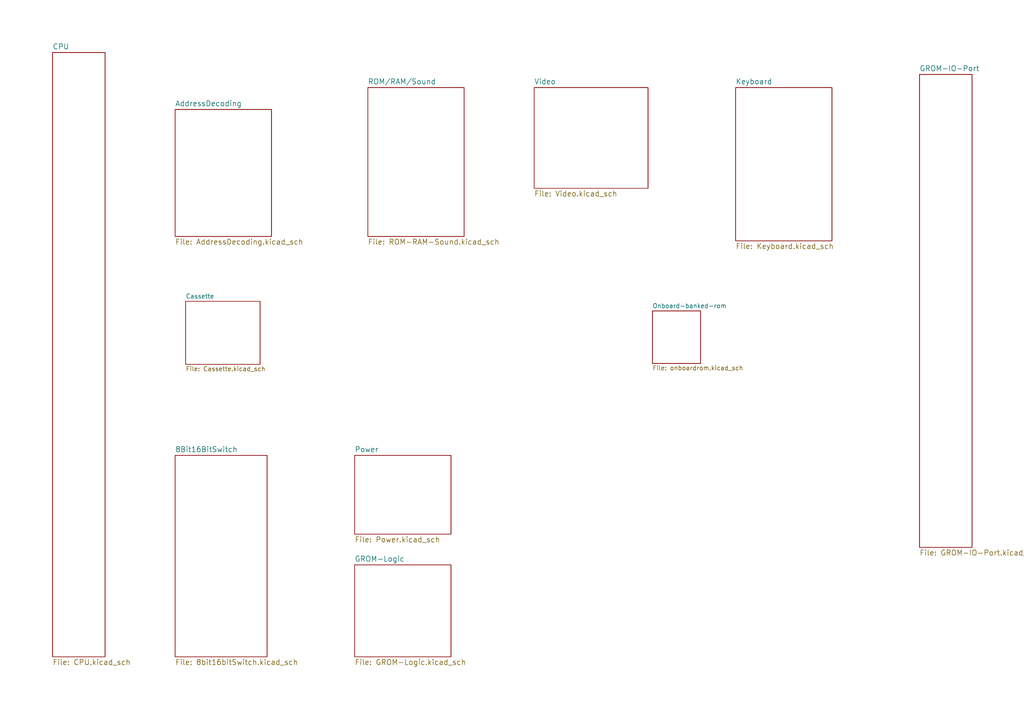
<source format=kicad_sch>
(kicad_sch
	(version 20231120)
	(generator "eeschema")
	(generator_version "8.0")
	(uuid "10b20c6b-8045-46d1-a965-0d7dd9a1b5fa")
	(paper "A4")
	(title_block
		(title "TI-99/22")
		(date "2023-01-21")
		(rev "0.96")
		(company "Dan Werner - https://github.com/danwerner21/ti99_22")
		(comment 1 "Schematic for Keyboard, Joystick and Cassette port.")
		(comment 3 "was based on the HackMac KiCAD Design")
		(comment 4 "Based Robert Krenicki's design which")
		(comment 5 "Original - https://github.com/rkrenicki/TI99-Motherboard")
	)
	(lib_symbols)
	(sheet
		(at 266.7 21.59)
		(size 15.24 137.16)
		(fields_autoplaced yes)
		(stroke
			(width 0)
			(type solid)
		)
		(fill
			(color 0 0 0 0.0000)
		)
		(uuid "00000000-0000-0000-0000-0000560691d6")
		(property "Sheetname" "GROM-IO-Port"
			(at 266.7 20.7514 0)
			(effects
				(font
					(size 1.524 1.524)
				)
				(justify left bottom)
			)
		)
		(property "Sheetfile" "GROM-IO-Port.kicad_sch"
			(at 266.7 159.4362 0)
			(effects
				(font
					(size 1.524 1.524)
				)
				(justify left top)
			)
		)
		(instances
			(project "Console"
				(path "/10b20c6b-8045-46d1-a965-0d7dd9a1b5fa"
					(page "10")
				)
			)
		)
	)
	(sheet
		(at 50.8 132.08)
		(size 26.67 58.42)
		(fields_autoplaced yes)
		(stroke
			(width 0)
			(type solid)
		)
		(fill
			(color 0 0 0 0.0000)
		)
		(uuid "00000000-0000-0000-0000-00005607313d")
		(property "Sheetname" "8Bit16BitSwitch"
			(at 50.8 131.2414 0)
			(effects
				(font
					(size 1.524 1.524)
				)
				(justify left bottom)
			)
		)
		(property "Sheetfile" "8bit16bitSwitch.kicad_sch"
			(at 50.8 191.1862 0)
			(effects
				(font
					(size 1.524 1.524)
				)
				(justify left top)
			)
		)
		(instances
			(project "Console"
				(path "/10b20c6b-8045-46d1-a965-0d7dd9a1b5fa"
					(page "4")
				)
			)
		)
	)
	(sheet
		(at 102.87 163.83)
		(size 27.94 26.67)
		(fields_autoplaced yes)
		(stroke
			(width 0)
			(type solid)
		)
		(fill
			(color 0 0 0 0.0000)
		)
		(uuid "00000000-0000-0000-0000-000056079ced")
		(property "Sheetname" "GROM-Logic"
			(at 102.87 162.9914 0)
			(effects
				(font
					(size 1.524 1.524)
				)
				(justify left bottom)
			)
		)
		(property "Sheetfile" "GROM-Logic.kicad_sch"
			(at 102.87 191.1862 0)
			(effects
				(font
					(size 1.524 1.524)
				)
				(justify left top)
			)
		)
		(instances
			(project "Console"
				(path "/10b20c6b-8045-46d1-a965-0d7dd9a1b5fa"
					(page "6")
				)
			)
		)
	)
	(sheet
		(at 50.8 31.75)
		(size 27.94 36.83)
		(fields_autoplaced yes)
		(stroke
			(width 0)
			(type solid)
		)
		(fill
			(color 0 0 0 0.0000)
		)
		(uuid "00000000-0000-0000-0000-00005607ac3b")
		(property "Sheetname" "AddressDecoding"
			(at 50.8 30.9114 0)
			(effects
				(font
					(size 1.524 1.524)
				)
				(justify left bottom)
			)
		)
		(property "Sheetfile" "AddressDecoding.kicad_sch"
			(at 50.8 69.2662 0)
			(effects
				(font
					(size 1.524 1.524)
				)
				(justify left top)
			)
		)
		(instances
			(project "Console"
				(path "/10b20c6b-8045-46d1-a965-0d7dd9a1b5fa"
					(page "3")
				)
			)
		)
	)
	(sheet
		(at 15.24 15.24)
		(size 15.24 175.26)
		(fields_autoplaced yes)
		(stroke
			(width 0)
			(type solid)
		)
		(fill
			(color 0 0 0 0.0000)
		)
		(uuid "00000000-0000-0000-0000-000056085f00")
		(property "Sheetname" "CPU"
			(at 15.24 14.4014 0)
			(effects
				(font
					(size 1.524 1.524)
				)
				(justify left bottom)
			)
		)
		(property "Sheetfile" "CPU.kicad_sch"
			(at 15.24 191.1862 0)
			(effects
				(font
					(size 1.524 1.524)
				)
				(justify left top)
			)
		)
		(instances
			(project "Console"
				(path "/10b20c6b-8045-46d1-a965-0d7dd9a1b5fa"
					(page "2")
				)
			)
		)
	)
	(sheet
		(at 154.94 25.4)
		(size 33.02 29.21)
		(fields_autoplaced yes)
		(stroke
			(width 0)
			(type solid)
		)
		(fill
			(color 0 0 0 0.0000)
		)
		(uuid "00000000-0000-0000-0000-0000560e4e44")
		(property "Sheetname" "Video"
			(at 154.94 24.5614 0)
			(effects
				(font
					(size 1.524 1.524)
				)
				(justify left bottom)
			)
		)
		(property "Sheetfile" "Video.kicad_sch"
			(at 154.94 55.2962 0)
			(effects
				(font
					(size 1.524 1.524)
				)
				(justify left top)
			)
		)
		(instances
			(project "Console"
				(path "/10b20c6b-8045-46d1-a965-0d7dd9a1b5fa"
					(page "8")
				)
			)
		)
	)
	(sheet
		(at 102.87 132.08)
		(size 27.94 22.86)
		(fields_autoplaced yes)
		(stroke
			(width 0)
			(type solid)
		)
		(fill
			(color 0 0 0 0.0000)
		)
		(uuid "00000000-0000-0000-0000-0000560f49b9")
		(property "Sheetname" "Power"
			(at 102.87 131.2414 0)
			(effects
				(font
					(size 1.524 1.524)
				)
				(justify left bottom)
			)
		)
		(property "Sheetfile" "Power.kicad_sch"
			(at 102.87 155.6262 0)
			(effects
				(font
					(size 1.524 1.524)
				)
				(justify left top)
			)
		)
		(instances
			(project "Console"
				(path "/10b20c6b-8045-46d1-a965-0d7dd9a1b5fa"
					(page "5")
				)
			)
		)
	)
	(sheet
		(at 213.36 25.4)
		(size 27.94 44.45)
		(fields_autoplaced yes)
		(stroke
			(width 0)
			(type solid)
		)
		(fill
			(color 0 0 0 0.0000)
		)
		(uuid "00000000-0000-0000-0000-00005613dcca")
		(property "Sheetname" "Keyboard"
			(at 213.36 24.5614 0)
			(effects
				(font
					(size 1.524 1.524)
				)
				(justify left bottom)
			)
		)
		(property "Sheetfile" "Keyboard.kicad_sch"
			(at 213.36 70.5362 0)
			(effects
				(font
					(size 1.524 1.524)
				)
				(justify left top)
			)
		)
		(instances
			(project "Console"
				(path "/10b20c6b-8045-46d1-a965-0d7dd9a1b5fa"
					(page "9")
				)
			)
		)
	)
	(sheet
		(at 106.68 25.4)
		(size 27.94 43.18)
		(fields_autoplaced yes)
		(stroke
			(width 0)
			(type solid)
		)
		(fill
			(color 0 0 0 0.0000)
		)
		(uuid "00000000-0000-0000-0000-0000561cdf3b")
		(property "Sheetname" "ROM/RAM/Sound"
			(at 106.68 24.5614 0)
			(effects
				(font
					(size 1.524 1.524)
				)
				(justify left bottom)
			)
		)
		(property "Sheetfile" "ROM-RAM-Sound.kicad_sch"
			(at 106.68 69.2662 0)
			(effects
				(font
					(size 1.524 1.524)
				)
				(justify left top)
			)
		)
		(instances
			(project "Console"
				(path "/10b20c6b-8045-46d1-a965-0d7dd9a1b5fa"
					(page "7")
				)
			)
		)
	)
	(sheet
		(at 189.23 90.17)
		(size 13.97 15.24)
		(fields_autoplaced yes)
		(stroke
			(width 0.1524)
			(type solid)
		)
		(fill
			(color 0 0 0 0.0000)
		)
		(uuid "0479bcf4-aa47-4c0e-84b6-cb1b42828ccd")
		(property "Sheetname" "Onboard-banked-rom"
			(at 189.23 89.4584 0)
			(effects
				(font
					(size 1.27 1.27)
				)
				(justify left bottom)
			)
		)
		(property "Sheetfile" "onboardrom.kicad_sch"
			(at 189.23 105.9946 0)
			(effects
				(font
					(size 1.27 1.27)
				)
				(justify left top)
			)
		)
		(instances
			(project "Console"
				(path "/10b20c6b-8045-46d1-a965-0d7dd9a1b5fa"
					(page "11")
				)
			)
		)
	)
	(sheet
		(at 53.848 87.376)
		(size 21.59 18.288)
		(fields_autoplaced yes)
		(stroke
			(width 0.1524)
			(type solid)
		)
		(fill
			(color 0 0 0 0.0000)
		)
		(uuid "6ebf012d-4946-4653-a76a-c2c448779487")
		(property "Sheetname" "Cassette"
			(at 53.848 86.6644 0)
			(effects
				(font
					(size 1.27 1.27)
				)
				(justify left bottom)
			)
		)
		(property "Sheetfile" "Cassette.kicad_sch"
			(at 53.848 106.2486 0)
			(effects
				(font
					(size 1.27 1.27)
				)
				(justify left top)
			)
		)
		(instances
			(project "Console"
				(path "/10b20c6b-8045-46d1-a965-0d7dd9a1b5fa"
					(page "12")
				)
			)
		)
	)
	(sheet_instances
		(path "/"
			(page "1")
		)
	)
)

</source>
